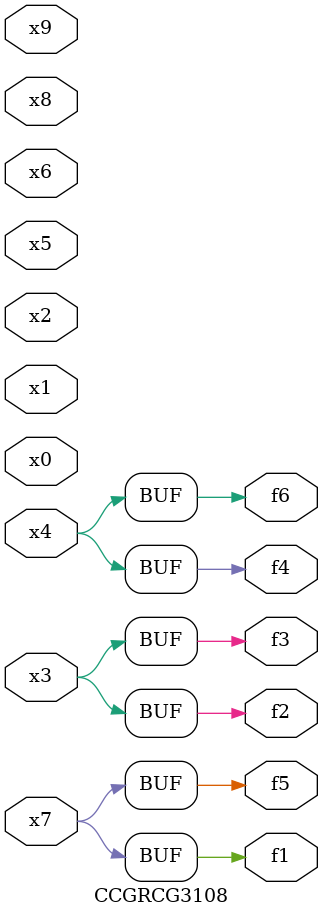
<source format=v>
module CCGRCG3108(
	input x0, x1, x2, x3, x4, x5, x6, x7, x8, x9,
	output f1, f2, f3, f4, f5, f6
);
	assign f1 = x7;
	assign f2 = x3;
	assign f3 = x3;
	assign f4 = x4;
	assign f5 = x7;
	assign f6 = x4;
endmodule

</source>
